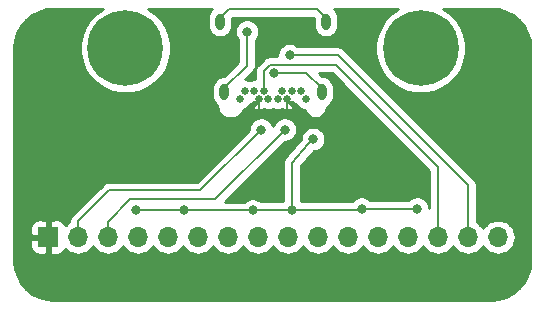
<source format=gbr>
G04 #@! TF.GenerationSoftware,KiCad,Pcbnew,(5.1.2-1)-1*
G04 #@! TF.CreationDate,2020-04-26T15:35:38+02:00*
G04 #@! TF.ProjectId,USB-C-USB-3.2,5553422d-432d-4555-9342-2d332e322e6b,rev?*
G04 #@! TF.SameCoordinates,Original*
G04 #@! TF.FileFunction,Copper,L2,Bot*
G04 #@! TF.FilePolarity,Positive*
%FSLAX46Y46*%
G04 Gerber Fmt 4.6, Leading zero omitted, Abs format (unit mm)*
G04 Created by KiCad (PCBNEW (5.1.2-1)-1) date 2020-04-26 15:35:38*
%MOMM*%
%LPD*%
G04 APERTURE LIST*
%ADD10O,1.700000X1.700000*%
%ADD11R,1.700000X1.700000*%
%ADD12C,0.650000*%
%ADD13O,0.800000X1.400000*%
%ADD14C,6.400000*%
%ADD15C,0.800000*%
%ADD16C,0.200000*%
%ADD17C,0.254000*%
G04 APERTURE END LIST*
D10*
X101550000Y-77000000D03*
X99010000Y-77000000D03*
X96470000Y-77000000D03*
X93930000Y-77000000D03*
X91390000Y-77000000D03*
X88850000Y-77000000D03*
X86310000Y-77000000D03*
X83770000Y-77000000D03*
X81230000Y-77000000D03*
X78690000Y-77000000D03*
X76150000Y-77000000D03*
X73610000Y-77000000D03*
X71070000Y-77000000D03*
X68530000Y-77000000D03*
X65990000Y-77000000D03*
D11*
X63450000Y-77000000D03*
D12*
X84900000Y-64610000D03*
X84100000Y-64610000D03*
X83300000Y-64610000D03*
X81700000Y-64610000D03*
X80900000Y-64610000D03*
X80100000Y-64610000D03*
X85300000Y-65310000D03*
X83700000Y-65310000D03*
X82900000Y-65310000D03*
X82100000Y-65310000D03*
X81300000Y-65310000D03*
X79700000Y-65310000D03*
D13*
X86990000Y-58760000D03*
X78010000Y-58760000D03*
X78370000Y-64710000D03*
X86630000Y-64710000D03*
D14*
X95000000Y-61000000D03*
D15*
X71697056Y-59302944D03*
X70000000Y-58600000D03*
X68302944Y-59302944D03*
X67600000Y-61000000D03*
X68302944Y-62697056D03*
X70000000Y-63400000D03*
X71697056Y-62697056D03*
X72400000Y-61000000D03*
D14*
X70000000Y-61000000D03*
D15*
X85900000Y-68700000D03*
X80780000Y-74740000D03*
X84100000Y-74700000D03*
X75000000Y-74700000D03*
X90000000Y-74600000D03*
X70900000Y-74700000D03*
X94700000Y-74600000D03*
X83900000Y-61600000D03*
X81500000Y-67900000D03*
X83500000Y-67900000D03*
X80300000Y-59600000D03*
X82600000Y-63100000D03*
D16*
X80975001Y-65634999D02*
X80975001Y-65824999D01*
X81300000Y-65310000D02*
X80975001Y-65634999D01*
X80975001Y-65824999D02*
X80400000Y-66400000D01*
X81300000Y-65310000D02*
X81300000Y-66300000D01*
X83700000Y-65310000D02*
X83700000Y-66400000D01*
X83700000Y-65310000D02*
X84700000Y-66310000D01*
X80800000Y-74720000D02*
X80780000Y-74740000D01*
X84100000Y-74700000D02*
X80800000Y-74720000D01*
X85500001Y-69099999D02*
X85900000Y-68700000D01*
X85500001Y-69109999D02*
X85500001Y-69099999D01*
X84100000Y-70700000D02*
X85500001Y-69109999D01*
X84100000Y-74700000D02*
X84100000Y-70700000D01*
X75040000Y-74740000D02*
X75000000Y-74700000D01*
X80780000Y-74740000D02*
X75040000Y-74740000D01*
X89900000Y-74700000D02*
X90000000Y-74600000D01*
X84100000Y-74700000D02*
X89900000Y-74700000D01*
X75000000Y-74700000D02*
X70900000Y-74700000D01*
X90000000Y-74600000D02*
X94700000Y-74600000D01*
X88000000Y-61600000D02*
X99010000Y-72610000D01*
X99010000Y-72610000D02*
X99010000Y-77000000D01*
X83900000Y-61600000D02*
X88000000Y-61600000D01*
X65990000Y-75670000D02*
X65990000Y-77000000D01*
X68610000Y-73050000D02*
X65990000Y-75670000D01*
X76350000Y-73050000D02*
X68610000Y-73050000D01*
X81500000Y-67900000D02*
X76350000Y-73050000D01*
X96470000Y-77000000D02*
X96470000Y-71070000D01*
X87799998Y-62399998D02*
X82263998Y-62399998D01*
X96470000Y-71070000D02*
X87799998Y-62399998D01*
X82263998Y-62399998D02*
X81700000Y-62963996D01*
X81700000Y-62963996D02*
X81700000Y-64610000D01*
X83500000Y-67900000D02*
X77590000Y-73810000D01*
X77590000Y-73810000D02*
X70420000Y-73810000D01*
X68530000Y-75700000D02*
X68530000Y-77000000D01*
X70420000Y-73810000D02*
X68530000Y-75700000D01*
X78010000Y-58460000D02*
X78010000Y-58760000D01*
X78770000Y-57700000D02*
X78010000Y-58460000D01*
X86990000Y-58460000D02*
X86230000Y-57700000D01*
X86230000Y-57700000D02*
X78770000Y-57700000D01*
X86990000Y-58760000D02*
X86990000Y-58460000D01*
X80300000Y-62480000D02*
X80300000Y-59600000D01*
X78370000Y-64410000D02*
X80300000Y-62480000D01*
X78370000Y-64710000D02*
X78370000Y-64410000D01*
X86630000Y-64710000D02*
X86630000Y-64410000D01*
X85320000Y-63100000D02*
X82600000Y-63100000D01*
X86630000Y-64410000D02*
X85320000Y-63100000D01*
D17*
G36*
X67555330Y-58021161D02*
G01*
X67021161Y-58555330D01*
X66601467Y-59183446D01*
X66312377Y-59881372D01*
X66165000Y-60622285D01*
X66165000Y-61377715D01*
X66312377Y-62118628D01*
X66601467Y-62816554D01*
X67021161Y-63444670D01*
X67555330Y-63978839D01*
X68183446Y-64398533D01*
X68881372Y-64687623D01*
X69622285Y-64835000D01*
X70377715Y-64835000D01*
X71118628Y-64687623D01*
X71816554Y-64398533D01*
X72444670Y-63978839D01*
X72978839Y-63444670D01*
X73398533Y-62816554D01*
X73687623Y-62118628D01*
X73835000Y-61377715D01*
X73835000Y-60622285D01*
X73687623Y-59881372D01*
X73398533Y-59183446D01*
X72978839Y-58555330D01*
X72444670Y-58021161D01*
X71904155Y-57660000D01*
X77353325Y-57660000D01*
X77274605Y-57724604D01*
X77145267Y-57882203D01*
X77049160Y-58062007D01*
X76989976Y-58257105D01*
X76975000Y-58409162D01*
X76975000Y-59110837D01*
X76989976Y-59262894D01*
X77049159Y-59457992D01*
X77145266Y-59637797D01*
X77274604Y-59795396D01*
X77432203Y-59924734D01*
X77612007Y-60020841D01*
X77807105Y-60080024D01*
X78010000Y-60100007D01*
X78212894Y-60080024D01*
X78407992Y-60020841D01*
X78587797Y-59924734D01*
X78745396Y-59795396D01*
X78874734Y-59637797D01*
X78970841Y-59457993D01*
X79030024Y-59262895D01*
X79045000Y-59110838D01*
X79045000Y-58464447D01*
X79074447Y-58435000D01*
X85925554Y-58435000D01*
X85955000Y-58464446D01*
X85955000Y-59110837D01*
X85969976Y-59262894D01*
X86029159Y-59457992D01*
X86125266Y-59637797D01*
X86254604Y-59795396D01*
X86412203Y-59924734D01*
X86592007Y-60020841D01*
X86787105Y-60080024D01*
X86990000Y-60100007D01*
X87192894Y-60080024D01*
X87387992Y-60020841D01*
X87567797Y-59924734D01*
X87725396Y-59795396D01*
X87854734Y-59637797D01*
X87950841Y-59457993D01*
X88010024Y-59262895D01*
X88025000Y-59110838D01*
X88025000Y-58409163D01*
X88010024Y-58257106D01*
X87950841Y-58062008D01*
X87854734Y-57882203D01*
X87725396Y-57724604D01*
X87646676Y-57660000D01*
X93095845Y-57660000D01*
X92555330Y-58021161D01*
X92021161Y-58555330D01*
X91601467Y-59183446D01*
X91312377Y-59881372D01*
X91165000Y-60622285D01*
X91165000Y-61377715D01*
X91312377Y-62118628D01*
X91601467Y-62816554D01*
X92021161Y-63444670D01*
X92555330Y-63978839D01*
X93183446Y-64398533D01*
X93881372Y-64687623D01*
X94622285Y-64835000D01*
X95377715Y-64835000D01*
X96118628Y-64687623D01*
X96816554Y-64398533D01*
X97444670Y-63978839D01*
X97978839Y-63444670D01*
X98398533Y-62816554D01*
X98687623Y-62118628D01*
X98835000Y-61377715D01*
X98835000Y-60622285D01*
X98687623Y-59881372D01*
X98398533Y-59183446D01*
X97978839Y-58555330D01*
X97444670Y-58021161D01*
X96904155Y-57660000D01*
X100917722Y-57660000D01*
X101598126Y-57726714D01*
X102221572Y-57914943D01*
X102796579Y-58220681D01*
X103301247Y-58632279D01*
X103716362Y-59134067D01*
X104026105Y-59706924D01*
X104218682Y-60329039D01*
X104290001Y-61007594D01*
X104290000Y-78967721D01*
X104223286Y-79648126D01*
X104035057Y-80271570D01*
X103729323Y-80846573D01*
X103317721Y-81351248D01*
X102815933Y-81766362D01*
X102243077Y-82076104D01*
X101620961Y-82268682D01*
X100942417Y-82340000D01*
X63982279Y-82340000D01*
X63301874Y-82273286D01*
X62678430Y-82085057D01*
X62103427Y-81779323D01*
X61598752Y-81367721D01*
X61183638Y-80865933D01*
X60873896Y-80293077D01*
X60681318Y-79670961D01*
X60610000Y-78992417D01*
X60610000Y-77850000D01*
X61961928Y-77850000D01*
X61974188Y-77974482D01*
X62010498Y-78094180D01*
X62069463Y-78204494D01*
X62148815Y-78301185D01*
X62245506Y-78380537D01*
X62355820Y-78439502D01*
X62475518Y-78475812D01*
X62600000Y-78488072D01*
X63164250Y-78485000D01*
X63323000Y-78326250D01*
X63323000Y-77127000D01*
X62123750Y-77127000D01*
X61965000Y-77285750D01*
X61961928Y-77850000D01*
X60610000Y-77850000D01*
X60610000Y-76150000D01*
X61961928Y-76150000D01*
X61965000Y-76714250D01*
X62123750Y-76873000D01*
X63323000Y-76873000D01*
X63323000Y-75673750D01*
X63577000Y-75673750D01*
X63577000Y-76873000D01*
X63597000Y-76873000D01*
X63597000Y-77127000D01*
X63577000Y-77127000D01*
X63577000Y-78326250D01*
X63735750Y-78485000D01*
X64300000Y-78488072D01*
X64424482Y-78475812D01*
X64544180Y-78439502D01*
X64654494Y-78380537D01*
X64751185Y-78301185D01*
X64830537Y-78204494D01*
X64889502Y-78094180D01*
X64910393Y-78025313D01*
X64934866Y-78055134D01*
X65160986Y-78240706D01*
X65418966Y-78378599D01*
X65698889Y-78463513D01*
X65917050Y-78485000D01*
X66062950Y-78485000D01*
X66281111Y-78463513D01*
X66561034Y-78378599D01*
X66819014Y-78240706D01*
X67045134Y-78055134D01*
X67230706Y-77829014D01*
X67260000Y-77774209D01*
X67289294Y-77829014D01*
X67474866Y-78055134D01*
X67700986Y-78240706D01*
X67958966Y-78378599D01*
X68238889Y-78463513D01*
X68457050Y-78485000D01*
X68602950Y-78485000D01*
X68821111Y-78463513D01*
X69101034Y-78378599D01*
X69359014Y-78240706D01*
X69585134Y-78055134D01*
X69770706Y-77829014D01*
X69800000Y-77774209D01*
X69829294Y-77829014D01*
X70014866Y-78055134D01*
X70240986Y-78240706D01*
X70498966Y-78378599D01*
X70778889Y-78463513D01*
X70997050Y-78485000D01*
X71142950Y-78485000D01*
X71361111Y-78463513D01*
X71641034Y-78378599D01*
X71899014Y-78240706D01*
X72125134Y-78055134D01*
X72310706Y-77829014D01*
X72340000Y-77774209D01*
X72369294Y-77829014D01*
X72554866Y-78055134D01*
X72780986Y-78240706D01*
X73038966Y-78378599D01*
X73318889Y-78463513D01*
X73537050Y-78485000D01*
X73682950Y-78485000D01*
X73901111Y-78463513D01*
X74181034Y-78378599D01*
X74439014Y-78240706D01*
X74665134Y-78055134D01*
X74850706Y-77829014D01*
X74880000Y-77774209D01*
X74909294Y-77829014D01*
X75094866Y-78055134D01*
X75320986Y-78240706D01*
X75578966Y-78378599D01*
X75858889Y-78463513D01*
X76077050Y-78485000D01*
X76222950Y-78485000D01*
X76441111Y-78463513D01*
X76721034Y-78378599D01*
X76979014Y-78240706D01*
X77205134Y-78055134D01*
X77390706Y-77829014D01*
X77420000Y-77774209D01*
X77449294Y-77829014D01*
X77634866Y-78055134D01*
X77860986Y-78240706D01*
X78118966Y-78378599D01*
X78398889Y-78463513D01*
X78617050Y-78485000D01*
X78762950Y-78485000D01*
X78981111Y-78463513D01*
X79261034Y-78378599D01*
X79519014Y-78240706D01*
X79745134Y-78055134D01*
X79930706Y-77829014D01*
X79960000Y-77774209D01*
X79989294Y-77829014D01*
X80174866Y-78055134D01*
X80400986Y-78240706D01*
X80658966Y-78378599D01*
X80938889Y-78463513D01*
X81157050Y-78485000D01*
X81302950Y-78485000D01*
X81521111Y-78463513D01*
X81801034Y-78378599D01*
X82059014Y-78240706D01*
X82285134Y-78055134D01*
X82470706Y-77829014D01*
X82500000Y-77774209D01*
X82529294Y-77829014D01*
X82714866Y-78055134D01*
X82940986Y-78240706D01*
X83198966Y-78378599D01*
X83478889Y-78463513D01*
X83697050Y-78485000D01*
X83842950Y-78485000D01*
X84061111Y-78463513D01*
X84341034Y-78378599D01*
X84599014Y-78240706D01*
X84825134Y-78055134D01*
X85010706Y-77829014D01*
X85040000Y-77774209D01*
X85069294Y-77829014D01*
X85254866Y-78055134D01*
X85480986Y-78240706D01*
X85738966Y-78378599D01*
X86018889Y-78463513D01*
X86237050Y-78485000D01*
X86382950Y-78485000D01*
X86601111Y-78463513D01*
X86881034Y-78378599D01*
X87139014Y-78240706D01*
X87365134Y-78055134D01*
X87550706Y-77829014D01*
X87580000Y-77774209D01*
X87609294Y-77829014D01*
X87794866Y-78055134D01*
X88020986Y-78240706D01*
X88278966Y-78378599D01*
X88558889Y-78463513D01*
X88777050Y-78485000D01*
X88922950Y-78485000D01*
X89141111Y-78463513D01*
X89421034Y-78378599D01*
X89679014Y-78240706D01*
X89905134Y-78055134D01*
X90090706Y-77829014D01*
X90120000Y-77774209D01*
X90149294Y-77829014D01*
X90334866Y-78055134D01*
X90560986Y-78240706D01*
X90818966Y-78378599D01*
X91098889Y-78463513D01*
X91317050Y-78485000D01*
X91462950Y-78485000D01*
X91681111Y-78463513D01*
X91961034Y-78378599D01*
X92219014Y-78240706D01*
X92445134Y-78055134D01*
X92630706Y-77829014D01*
X92660000Y-77774209D01*
X92689294Y-77829014D01*
X92874866Y-78055134D01*
X93100986Y-78240706D01*
X93358966Y-78378599D01*
X93638889Y-78463513D01*
X93857050Y-78485000D01*
X94002950Y-78485000D01*
X94221111Y-78463513D01*
X94501034Y-78378599D01*
X94759014Y-78240706D01*
X94985134Y-78055134D01*
X95170706Y-77829014D01*
X95200000Y-77774209D01*
X95229294Y-77829014D01*
X95414866Y-78055134D01*
X95640986Y-78240706D01*
X95898966Y-78378599D01*
X96178889Y-78463513D01*
X96397050Y-78485000D01*
X96542950Y-78485000D01*
X96761111Y-78463513D01*
X97041034Y-78378599D01*
X97299014Y-78240706D01*
X97525134Y-78055134D01*
X97710706Y-77829014D01*
X97740000Y-77774209D01*
X97769294Y-77829014D01*
X97954866Y-78055134D01*
X98180986Y-78240706D01*
X98438966Y-78378599D01*
X98718889Y-78463513D01*
X98937050Y-78485000D01*
X99082950Y-78485000D01*
X99301111Y-78463513D01*
X99581034Y-78378599D01*
X99839014Y-78240706D01*
X100065134Y-78055134D01*
X100250706Y-77829014D01*
X100280000Y-77774209D01*
X100309294Y-77829014D01*
X100494866Y-78055134D01*
X100720986Y-78240706D01*
X100978966Y-78378599D01*
X101258889Y-78463513D01*
X101477050Y-78485000D01*
X101622950Y-78485000D01*
X101841111Y-78463513D01*
X102121034Y-78378599D01*
X102379014Y-78240706D01*
X102605134Y-78055134D01*
X102790706Y-77829014D01*
X102928599Y-77571034D01*
X103013513Y-77291111D01*
X103042185Y-77000000D01*
X103013513Y-76708889D01*
X102928599Y-76428966D01*
X102790706Y-76170986D01*
X102605134Y-75944866D01*
X102379014Y-75759294D01*
X102121034Y-75621401D01*
X101841111Y-75536487D01*
X101622950Y-75515000D01*
X101477050Y-75515000D01*
X101258889Y-75536487D01*
X100978966Y-75621401D01*
X100720986Y-75759294D01*
X100494866Y-75944866D01*
X100309294Y-76170986D01*
X100280000Y-76225791D01*
X100250706Y-76170986D01*
X100065134Y-75944866D01*
X99839014Y-75759294D01*
X99745000Y-75709043D01*
X99745000Y-72646094D01*
X99748555Y-72609999D01*
X99745000Y-72573904D01*
X99745000Y-72573895D01*
X99734365Y-72465915D01*
X99692337Y-72327367D01*
X99624087Y-72199680D01*
X99607514Y-72179487D01*
X99555253Y-72115806D01*
X99555250Y-72115803D01*
X99532237Y-72087762D01*
X99504198Y-72064751D01*
X88545259Y-61105813D01*
X88522238Y-61077762D01*
X88410320Y-60985913D01*
X88282633Y-60917663D01*
X88144085Y-60875635D01*
X88036105Y-60865000D01*
X88000000Y-60861444D01*
X87963895Y-60865000D01*
X84628711Y-60865000D01*
X84559774Y-60796063D01*
X84390256Y-60682795D01*
X84201898Y-60604774D01*
X84001939Y-60565000D01*
X83798061Y-60565000D01*
X83598102Y-60604774D01*
X83409744Y-60682795D01*
X83240226Y-60796063D01*
X83096063Y-60940226D01*
X82982795Y-61109744D01*
X82904774Y-61298102D01*
X82865000Y-61498061D01*
X82865000Y-61664998D01*
X82300103Y-61664998D01*
X82263998Y-61661442D01*
X82119913Y-61675633D01*
X81981364Y-61717661D01*
X81865015Y-61779851D01*
X81853678Y-61785911D01*
X81741760Y-61877760D01*
X81718744Y-61905805D01*
X81205808Y-62418742D01*
X81177762Y-62441759D01*
X81085913Y-62553677D01*
X81017663Y-62681364D01*
X80993011Y-62762632D01*
X80975635Y-62819911D01*
X80961444Y-62963996D01*
X80965000Y-63000101D01*
X80965000Y-63650000D01*
X80805448Y-63650000D01*
X80619978Y-63686892D01*
X80500000Y-63736589D01*
X80380022Y-63686892D01*
X80194552Y-63650000D01*
X80169447Y-63650000D01*
X80794197Y-63025250D01*
X80822237Y-63002238D01*
X80845250Y-62974197D01*
X80845253Y-62974194D01*
X80914086Y-62890321D01*
X80914087Y-62890320D01*
X80982337Y-62762633D01*
X81024365Y-62624085D01*
X81035000Y-62516105D01*
X81035000Y-62516098D01*
X81038555Y-62480001D01*
X81035000Y-62443904D01*
X81035000Y-60328711D01*
X81103937Y-60259774D01*
X81217205Y-60090256D01*
X81295226Y-59901898D01*
X81335000Y-59701939D01*
X81335000Y-59498061D01*
X81295226Y-59298102D01*
X81217205Y-59109744D01*
X81103937Y-58940226D01*
X80959774Y-58796063D01*
X80790256Y-58682795D01*
X80601898Y-58604774D01*
X80401939Y-58565000D01*
X80198061Y-58565000D01*
X79998102Y-58604774D01*
X79809744Y-58682795D01*
X79640226Y-58796063D01*
X79496063Y-58940226D01*
X79382795Y-59109744D01*
X79304774Y-59298102D01*
X79265000Y-59498061D01*
X79265000Y-59701939D01*
X79304774Y-59901898D01*
X79382795Y-60090256D01*
X79496063Y-60259774D01*
X79565001Y-60328712D01*
X79565000Y-62175553D01*
X78370510Y-63370043D01*
X78370000Y-63369993D01*
X78167106Y-63389976D01*
X77972008Y-63449159D01*
X77792204Y-63545266D01*
X77634605Y-63674604D01*
X77505267Y-63832203D01*
X77409160Y-64012007D01*
X77349976Y-64207105D01*
X77335000Y-64359162D01*
X77335000Y-65060837D01*
X77349976Y-65212894D01*
X77409159Y-65407992D01*
X77505266Y-65587797D01*
X77634604Y-65745396D01*
X77792203Y-65874734D01*
X77793675Y-65875521D01*
X77785355Y-65960000D01*
X77803890Y-66148193D01*
X77858784Y-66329154D01*
X77947927Y-66495928D01*
X78067893Y-66642107D01*
X78214072Y-66762073D01*
X78380846Y-66851216D01*
X78561807Y-66906110D01*
X78702838Y-66920000D01*
X79097162Y-66920000D01*
X79238193Y-66906110D01*
X79419154Y-66851216D01*
X79585928Y-66762073D01*
X79732107Y-66642107D01*
X79852073Y-66495928D01*
X79941216Y-66329154D01*
X79969730Y-66235155D01*
X79980022Y-66233108D01*
X80154731Y-66160741D01*
X80311964Y-66055681D01*
X80445681Y-65921964D01*
X80543414Y-65775697D01*
X80647464Y-65782931D01*
X80860395Y-65570000D01*
X80994552Y-65570000D01*
X81166121Y-65535873D01*
X81176892Y-65590022D01*
X81183538Y-65606067D01*
X80827069Y-65962536D01*
X80840677Y-66158270D01*
X81014992Y-66231581D01*
X81200260Y-66269475D01*
X81389361Y-66270497D01*
X81575028Y-66234608D01*
X81700270Y-66183523D01*
X81819978Y-66233108D01*
X82005448Y-66270000D01*
X82194552Y-66270000D01*
X82380022Y-66233108D01*
X82500000Y-66183411D01*
X82619978Y-66233108D01*
X82805448Y-66270000D01*
X82994552Y-66270000D01*
X83180022Y-66233108D01*
X83300230Y-66183316D01*
X83414992Y-66231581D01*
X83600260Y-66269475D01*
X83789361Y-66270497D01*
X83975028Y-66234608D01*
X84150126Y-66163187D01*
X84159323Y-66158270D01*
X84172931Y-65962536D01*
X83816462Y-65606067D01*
X83823108Y-65590022D01*
X83833879Y-65535873D01*
X84005448Y-65570000D01*
X84139605Y-65570000D01*
X84352536Y-65782931D01*
X84456586Y-65775697D01*
X84554319Y-65921964D01*
X84688036Y-66055681D01*
X84845269Y-66160741D01*
X85019978Y-66233108D01*
X85187860Y-66266502D01*
X85249259Y-66414731D01*
X85354319Y-66571964D01*
X85488036Y-66705681D01*
X85645269Y-66810741D01*
X85819978Y-66883108D01*
X86005448Y-66920000D01*
X86194552Y-66920000D01*
X86380022Y-66883108D01*
X86554731Y-66810741D01*
X86711964Y-66705681D01*
X86845681Y-66571964D01*
X86950741Y-66414731D01*
X87023108Y-66240022D01*
X87060000Y-66054552D01*
X87060000Y-65953733D01*
X87207797Y-65874734D01*
X87365396Y-65745396D01*
X87494734Y-65587797D01*
X87590841Y-65407993D01*
X87650024Y-65212895D01*
X87665000Y-65060838D01*
X87665000Y-64359163D01*
X87650024Y-64207106D01*
X87590841Y-64012008D01*
X87494734Y-63832203D01*
X87365396Y-63674604D01*
X87207797Y-63545266D01*
X87027993Y-63449159D01*
X86832895Y-63389976D01*
X86630000Y-63369993D01*
X86629490Y-63370043D01*
X86394444Y-63134998D01*
X87495552Y-63134998D01*
X95735001Y-71374448D01*
X95735000Y-74498061D01*
X95695226Y-74298102D01*
X95617205Y-74109744D01*
X95503937Y-73940226D01*
X95359774Y-73796063D01*
X95190256Y-73682795D01*
X95001898Y-73604774D01*
X94801939Y-73565000D01*
X94598061Y-73565000D01*
X94398102Y-73604774D01*
X94209744Y-73682795D01*
X94040226Y-73796063D01*
X93971289Y-73865000D01*
X90728711Y-73865000D01*
X90659774Y-73796063D01*
X90490256Y-73682795D01*
X90301898Y-73604774D01*
X90101939Y-73565000D01*
X89898061Y-73565000D01*
X89698102Y-73604774D01*
X89509744Y-73682795D01*
X89340226Y-73796063D01*
X89196063Y-73940226D01*
X89179510Y-73965000D01*
X84835000Y-73965000D01*
X84835000Y-70977469D01*
X85928999Y-69735000D01*
X86001939Y-69735000D01*
X86201898Y-69695226D01*
X86390256Y-69617205D01*
X86559774Y-69503937D01*
X86703937Y-69359774D01*
X86817205Y-69190256D01*
X86895226Y-69001898D01*
X86935000Y-68801939D01*
X86935000Y-68598061D01*
X86895226Y-68398102D01*
X86817205Y-68209744D01*
X86703937Y-68040226D01*
X86559774Y-67896063D01*
X86390256Y-67782795D01*
X86201898Y-67704774D01*
X86001939Y-67665000D01*
X85798061Y-67665000D01*
X85598102Y-67704774D01*
X85409744Y-67782795D01*
X85240226Y-67896063D01*
X85096063Y-68040226D01*
X84982795Y-68209744D01*
X84904774Y-68398102D01*
X84865000Y-68598061D01*
X84865000Y-68718959D01*
X83587701Y-70169606D01*
X83577763Y-70177762D01*
X83539943Y-70223846D01*
X83524504Y-70241380D01*
X83517036Y-70251758D01*
X83485914Y-70289680D01*
X83474846Y-70310387D01*
X83461128Y-70329450D01*
X83440787Y-70374106D01*
X83417664Y-70417367D01*
X83410849Y-70439834D01*
X83401113Y-70461208D01*
X83389875Y-70508974D01*
X83375636Y-70555915D01*
X83373335Y-70579281D01*
X83367956Y-70602143D01*
X83366253Y-70651184D01*
X83365001Y-70663895D01*
X83365001Y-70687232D01*
X83362931Y-70746837D01*
X83365001Y-70759532D01*
X83365000Y-73969441D01*
X81484549Y-73980838D01*
X81439774Y-73936063D01*
X81270256Y-73822795D01*
X81081898Y-73744774D01*
X80881939Y-73705000D01*
X80678061Y-73705000D01*
X80478102Y-73744774D01*
X80289744Y-73822795D01*
X80120226Y-73936063D01*
X80051289Y-74005000D01*
X78434446Y-74005000D01*
X83504447Y-68935000D01*
X83601939Y-68935000D01*
X83801898Y-68895226D01*
X83990256Y-68817205D01*
X84159774Y-68703937D01*
X84303937Y-68559774D01*
X84417205Y-68390256D01*
X84495226Y-68201898D01*
X84535000Y-68001939D01*
X84535000Y-67798061D01*
X84495226Y-67598102D01*
X84417205Y-67409744D01*
X84303937Y-67240226D01*
X84159774Y-67096063D01*
X83990256Y-66982795D01*
X83801898Y-66904774D01*
X83601939Y-66865000D01*
X83398061Y-66865000D01*
X83198102Y-66904774D01*
X83009744Y-66982795D01*
X82840226Y-67096063D01*
X82696063Y-67240226D01*
X82582795Y-67409744D01*
X82504774Y-67598102D01*
X82500000Y-67622103D01*
X82495226Y-67598102D01*
X82417205Y-67409744D01*
X82303937Y-67240226D01*
X82159774Y-67096063D01*
X81990256Y-66982795D01*
X81801898Y-66904774D01*
X81601939Y-66865000D01*
X81398061Y-66865000D01*
X81198102Y-66904774D01*
X81009744Y-66982795D01*
X80840226Y-67096063D01*
X80696063Y-67240226D01*
X80582795Y-67409744D01*
X80504774Y-67598102D01*
X80465000Y-67798061D01*
X80465000Y-67895553D01*
X76045554Y-72315000D01*
X68646105Y-72315000D01*
X68610000Y-72311444D01*
X68465915Y-72325635D01*
X68327366Y-72367663D01*
X68199680Y-72435913D01*
X68087762Y-72527762D01*
X68064746Y-72555807D01*
X65495808Y-75124746D01*
X65467762Y-75147763D01*
X65375913Y-75259681D01*
X65307663Y-75387368D01*
X65278384Y-75483887D01*
X65265635Y-75525915D01*
X65251444Y-75670000D01*
X65255000Y-75706106D01*
X65255000Y-75709043D01*
X65160986Y-75759294D01*
X64934866Y-75944866D01*
X64910393Y-75974687D01*
X64889502Y-75905820D01*
X64830537Y-75795506D01*
X64751185Y-75698815D01*
X64654494Y-75619463D01*
X64544180Y-75560498D01*
X64424482Y-75524188D01*
X64300000Y-75511928D01*
X63735750Y-75515000D01*
X63577000Y-75673750D01*
X63323000Y-75673750D01*
X63164250Y-75515000D01*
X62600000Y-75511928D01*
X62475518Y-75524188D01*
X62355820Y-75560498D01*
X62245506Y-75619463D01*
X62148815Y-75698815D01*
X62069463Y-75795506D01*
X62010498Y-75905820D01*
X61974188Y-76025518D01*
X61961928Y-76150000D01*
X60610000Y-76150000D01*
X60610000Y-61032278D01*
X60676714Y-60351874D01*
X60864943Y-59728428D01*
X61170681Y-59153421D01*
X61582279Y-58648753D01*
X62084067Y-58233638D01*
X62656924Y-57923895D01*
X63279039Y-57731318D01*
X63957584Y-57660000D01*
X68095845Y-57660000D01*
X67555330Y-58021161D01*
X67555330Y-58021161D01*
G37*
X67555330Y-58021161D02*
X67021161Y-58555330D01*
X66601467Y-59183446D01*
X66312377Y-59881372D01*
X66165000Y-60622285D01*
X66165000Y-61377715D01*
X66312377Y-62118628D01*
X66601467Y-62816554D01*
X67021161Y-63444670D01*
X67555330Y-63978839D01*
X68183446Y-64398533D01*
X68881372Y-64687623D01*
X69622285Y-64835000D01*
X70377715Y-64835000D01*
X71118628Y-64687623D01*
X71816554Y-64398533D01*
X72444670Y-63978839D01*
X72978839Y-63444670D01*
X73398533Y-62816554D01*
X73687623Y-62118628D01*
X73835000Y-61377715D01*
X73835000Y-60622285D01*
X73687623Y-59881372D01*
X73398533Y-59183446D01*
X72978839Y-58555330D01*
X72444670Y-58021161D01*
X71904155Y-57660000D01*
X77353325Y-57660000D01*
X77274605Y-57724604D01*
X77145267Y-57882203D01*
X77049160Y-58062007D01*
X76989976Y-58257105D01*
X76975000Y-58409162D01*
X76975000Y-59110837D01*
X76989976Y-59262894D01*
X77049159Y-59457992D01*
X77145266Y-59637797D01*
X77274604Y-59795396D01*
X77432203Y-59924734D01*
X77612007Y-60020841D01*
X77807105Y-60080024D01*
X78010000Y-60100007D01*
X78212894Y-60080024D01*
X78407992Y-60020841D01*
X78587797Y-59924734D01*
X78745396Y-59795396D01*
X78874734Y-59637797D01*
X78970841Y-59457993D01*
X79030024Y-59262895D01*
X79045000Y-59110838D01*
X79045000Y-58464447D01*
X79074447Y-58435000D01*
X85925554Y-58435000D01*
X85955000Y-58464446D01*
X85955000Y-59110837D01*
X85969976Y-59262894D01*
X86029159Y-59457992D01*
X86125266Y-59637797D01*
X86254604Y-59795396D01*
X86412203Y-59924734D01*
X86592007Y-60020841D01*
X86787105Y-60080024D01*
X86990000Y-60100007D01*
X87192894Y-60080024D01*
X87387992Y-60020841D01*
X87567797Y-59924734D01*
X87725396Y-59795396D01*
X87854734Y-59637797D01*
X87950841Y-59457993D01*
X88010024Y-59262895D01*
X88025000Y-59110838D01*
X88025000Y-58409163D01*
X88010024Y-58257106D01*
X87950841Y-58062008D01*
X87854734Y-57882203D01*
X87725396Y-57724604D01*
X87646676Y-57660000D01*
X93095845Y-57660000D01*
X92555330Y-58021161D01*
X92021161Y-58555330D01*
X91601467Y-59183446D01*
X91312377Y-59881372D01*
X91165000Y-60622285D01*
X91165000Y-61377715D01*
X91312377Y-62118628D01*
X91601467Y-62816554D01*
X92021161Y-63444670D01*
X92555330Y-63978839D01*
X93183446Y-64398533D01*
X93881372Y-64687623D01*
X94622285Y-64835000D01*
X95377715Y-64835000D01*
X96118628Y-64687623D01*
X96816554Y-64398533D01*
X97444670Y-63978839D01*
X97978839Y-63444670D01*
X98398533Y-62816554D01*
X98687623Y-62118628D01*
X98835000Y-61377715D01*
X98835000Y-60622285D01*
X98687623Y-59881372D01*
X98398533Y-59183446D01*
X97978839Y-58555330D01*
X97444670Y-58021161D01*
X96904155Y-57660000D01*
X100917722Y-57660000D01*
X101598126Y-57726714D01*
X102221572Y-57914943D01*
X102796579Y-58220681D01*
X103301247Y-58632279D01*
X103716362Y-59134067D01*
X104026105Y-59706924D01*
X104218682Y-60329039D01*
X104290001Y-61007594D01*
X104290000Y-78967721D01*
X104223286Y-79648126D01*
X104035057Y-80271570D01*
X103729323Y-80846573D01*
X103317721Y-81351248D01*
X102815933Y-81766362D01*
X102243077Y-82076104D01*
X101620961Y-82268682D01*
X100942417Y-82340000D01*
X63982279Y-82340000D01*
X63301874Y-82273286D01*
X62678430Y-82085057D01*
X62103427Y-81779323D01*
X61598752Y-81367721D01*
X61183638Y-80865933D01*
X60873896Y-80293077D01*
X60681318Y-79670961D01*
X60610000Y-78992417D01*
X60610000Y-77850000D01*
X61961928Y-77850000D01*
X61974188Y-77974482D01*
X62010498Y-78094180D01*
X62069463Y-78204494D01*
X62148815Y-78301185D01*
X62245506Y-78380537D01*
X62355820Y-78439502D01*
X62475518Y-78475812D01*
X62600000Y-78488072D01*
X63164250Y-78485000D01*
X63323000Y-78326250D01*
X63323000Y-77127000D01*
X62123750Y-77127000D01*
X61965000Y-77285750D01*
X61961928Y-77850000D01*
X60610000Y-77850000D01*
X60610000Y-76150000D01*
X61961928Y-76150000D01*
X61965000Y-76714250D01*
X62123750Y-76873000D01*
X63323000Y-76873000D01*
X63323000Y-75673750D01*
X63577000Y-75673750D01*
X63577000Y-76873000D01*
X63597000Y-76873000D01*
X63597000Y-77127000D01*
X63577000Y-77127000D01*
X63577000Y-78326250D01*
X63735750Y-78485000D01*
X64300000Y-78488072D01*
X64424482Y-78475812D01*
X64544180Y-78439502D01*
X64654494Y-78380537D01*
X64751185Y-78301185D01*
X64830537Y-78204494D01*
X64889502Y-78094180D01*
X64910393Y-78025313D01*
X64934866Y-78055134D01*
X65160986Y-78240706D01*
X65418966Y-78378599D01*
X65698889Y-78463513D01*
X65917050Y-78485000D01*
X66062950Y-78485000D01*
X66281111Y-78463513D01*
X66561034Y-78378599D01*
X66819014Y-78240706D01*
X67045134Y-78055134D01*
X67230706Y-77829014D01*
X67260000Y-77774209D01*
X67289294Y-77829014D01*
X67474866Y-78055134D01*
X67700986Y-78240706D01*
X67958966Y-78378599D01*
X68238889Y-78463513D01*
X68457050Y-78485000D01*
X68602950Y-78485000D01*
X68821111Y-78463513D01*
X69101034Y-78378599D01*
X69359014Y-78240706D01*
X69585134Y-78055134D01*
X69770706Y-77829014D01*
X69800000Y-77774209D01*
X69829294Y-77829014D01*
X70014866Y-78055134D01*
X70240986Y-78240706D01*
X70498966Y-78378599D01*
X70778889Y-78463513D01*
X70997050Y-78485000D01*
X71142950Y-78485000D01*
X71361111Y-78463513D01*
X71641034Y-78378599D01*
X71899014Y-78240706D01*
X72125134Y-78055134D01*
X72310706Y-77829014D01*
X72340000Y-77774209D01*
X72369294Y-77829014D01*
X72554866Y-78055134D01*
X72780986Y-78240706D01*
X73038966Y-78378599D01*
X73318889Y-78463513D01*
X73537050Y-78485000D01*
X73682950Y-78485000D01*
X73901111Y-78463513D01*
X74181034Y-78378599D01*
X74439014Y-78240706D01*
X74665134Y-78055134D01*
X74850706Y-77829014D01*
X74880000Y-77774209D01*
X74909294Y-77829014D01*
X75094866Y-78055134D01*
X75320986Y-78240706D01*
X75578966Y-78378599D01*
X75858889Y-78463513D01*
X76077050Y-78485000D01*
X76222950Y-78485000D01*
X76441111Y-78463513D01*
X76721034Y-78378599D01*
X76979014Y-78240706D01*
X77205134Y-78055134D01*
X77390706Y-77829014D01*
X77420000Y-77774209D01*
X77449294Y-77829014D01*
X77634866Y-78055134D01*
X77860986Y-78240706D01*
X78118966Y-78378599D01*
X78398889Y-78463513D01*
X78617050Y-78485000D01*
X78762950Y-78485000D01*
X78981111Y-78463513D01*
X79261034Y-78378599D01*
X79519014Y-78240706D01*
X79745134Y-78055134D01*
X79930706Y-77829014D01*
X79960000Y-77774209D01*
X79989294Y-77829014D01*
X80174866Y-78055134D01*
X80400986Y-78240706D01*
X80658966Y-78378599D01*
X80938889Y-78463513D01*
X81157050Y-78485000D01*
X81302950Y-78485000D01*
X81521111Y-78463513D01*
X81801034Y-78378599D01*
X82059014Y-78240706D01*
X82285134Y-78055134D01*
X82470706Y-77829014D01*
X82500000Y-77774209D01*
X82529294Y-77829014D01*
X82714866Y-78055134D01*
X82940986Y-78240706D01*
X83198966Y-78378599D01*
X83478889Y-78463513D01*
X83697050Y-78485000D01*
X83842950Y-78485000D01*
X84061111Y-78463513D01*
X84341034Y-78378599D01*
X84599014Y-78240706D01*
X84825134Y-78055134D01*
X85010706Y-77829014D01*
X85040000Y-77774209D01*
X85069294Y-77829014D01*
X85254866Y-78055134D01*
X85480986Y-78240706D01*
X85738966Y-78378599D01*
X86018889Y-78463513D01*
X86237050Y-78485000D01*
X86382950Y-78485000D01*
X86601111Y-78463513D01*
X86881034Y-78378599D01*
X87139014Y-78240706D01*
X87365134Y-78055134D01*
X87550706Y-77829014D01*
X87580000Y-77774209D01*
X87609294Y-77829014D01*
X87794866Y-78055134D01*
X88020986Y-78240706D01*
X88278966Y-78378599D01*
X88558889Y-78463513D01*
X88777050Y-78485000D01*
X88922950Y-78485000D01*
X89141111Y-78463513D01*
X89421034Y-78378599D01*
X89679014Y-78240706D01*
X89905134Y-78055134D01*
X90090706Y-77829014D01*
X90120000Y-77774209D01*
X90149294Y-77829014D01*
X90334866Y-78055134D01*
X90560986Y-78240706D01*
X90818966Y-78378599D01*
X91098889Y-78463513D01*
X91317050Y-78485000D01*
X91462950Y-78485000D01*
X91681111Y-78463513D01*
X91961034Y-78378599D01*
X92219014Y-78240706D01*
X92445134Y-78055134D01*
X92630706Y-77829014D01*
X92660000Y-77774209D01*
X92689294Y-77829014D01*
X92874866Y-78055134D01*
X93100986Y-78240706D01*
X93358966Y-78378599D01*
X93638889Y-78463513D01*
X93857050Y-78485000D01*
X94002950Y-78485000D01*
X94221111Y-78463513D01*
X94501034Y-78378599D01*
X94759014Y-78240706D01*
X94985134Y-78055134D01*
X95170706Y-77829014D01*
X95200000Y-77774209D01*
X95229294Y-77829014D01*
X95414866Y-78055134D01*
X95640986Y-78240706D01*
X95898966Y-78378599D01*
X96178889Y-78463513D01*
X96397050Y-78485000D01*
X96542950Y-78485000D01*
X96761111Y-78463513D01*
X97041034Y-78378599D01*
X97299014Y-78240706D01*
X97525134Y-78055134D01*
X97710706Y-77829014D01*
X97740000Y-77774209D01*
X97769294Y-77829014D01*
X97954866Y-78055134D01*
X98180986Y-78240706D01*
X98438966Y-78378599D01*
X98718889Y-78463513D01*
X98937050Y-78485000D01*
X99082950Y-78485000D01*
X99301111Y-78463513D01*
X99581034Y-78378599D01*
X99839014Y-78240706D01*
X100065134Y-78055134D01*
X100250706Y-77829014D01*
X100280000Y-77774209D01*
X100309294Y-77829014D01*
X100494866Y-78055134D01*
X100720986Y-78240706D01*
X100978966Y-78378599D01*
X101258889Y-78463513D01*
X101477050Y-78485000D01*
X101622950Y-78485000D01*
X101841111Y-78463513D01*
X102121034Y-78378599D01*
X102379014Y-78240706D01*
X102605134Y-78055134D01*
X102790706Y-77829014D01*
X102928599Y-77571034D01*
X103013513Y-77291111D01*
X103042185Y-77000000D01*
X103013513Y-76708889D01*
X102928599Y-76428966D01*
X102790706Y-76170986D01*
X102605134Y-75944866D01*
X102379014Y-75759294D01*
X102121034Y-75621401D01*
X101841111Y-75536487D01*
X101622950Y-75515000D01*
X101477050Y-75515000D01*
X101258889Y-75536487D01*
X100978966Y-75621401D01*
X100720986Y-75759294D01*
X100494866Y-75944866D01*
X100309294Y-76170986D01*
X100280000Y-76225791D01*
X100250706Y-76170986D01*
X100065134Y-75944866D01*
X99839014Y-75759294D01*
X99745000Y-75709043D01*
X99745000Y-72646094D01*
X99748555Y-72609999D01*
X99745000Y-72573904D01*
X99745000Y-72573895D01*
X99734365Y-72465915D01*
X99692337Y-72327367D01*
X99624087Y-72199680D01*
X99607514Y-72179487D01*
X99555253Y-72115806D01*
X99555250Y-72115803D01*
X99532237Y-72087762D01*
X99504198Y-72064751D01*
X88545259Y-61105813D01*
X88522238Y-61077762D01*
X88410320Y-60985913D01*
X88282633Y-60917663D01*
X88144085Y-60875635D01*
X88036105Y-60865000D01*
X88000000Y-60861444D01*
X87963895Y-60865000D01*
X84628711Y-60865000D01*
X84559774Y-60796063D01*
X84390256Y-60682795D01*
X84201898Y-60604774D01*
X84001939Y-60565000D01*
X83798061Y-60565000D01*
X83598102Y-60604774D01*
X83409744Y-60682795D01*
X83240226Y-60796063D01*
X83096063Y-60940226D01*
X82982795Y-61109744D01*
X82904774Y-61298102D01*
X82865000Y-61498061D01*
X82865000Y-61664998D01*
X82300103Y-61664998D01*
X82263998Y-61661442D01*
X82119913Y-61675633D01*
X81981364Y-61717661D01*
X81865015Y-61779851D01*
X81853678Y-61785911D01*
X81741760Y-61877760D01*
X81718744Y-61905805D01*
X81205808Y-62418742D01*
X81177762Y-62441759D01*
X81085913Y-62553677D01*
X81017663Y-62681364D01*
X80993011Y-62762632D01*
X80975635Y-62819911D01*
X80961444Y-62963996D01*
X80965000Y-63000101D01*
X80965000Y-63650000D01*
X80805448Y-63650000D01*
X80619978Y-63686892D01*
X80500000Y-63736589D01*
X80380022Y-63686892D01*
X80194552Y-63650000D01*
X80169447Y-63650000D01*
X80794197Y-63025250D01*
X80822237Y-63002238D01*
X80845250Y-62974197D01*
X80845253Y-62974194D01*
X80914086Y-62890321D01*
X80914087Y-62890320D01*
X80982337Y-62762633D01*
X81024365Y-62624085D01*
X81035000Y-62516105D01*
X81035000Y-62516098D01*
X81038555Y-62480001D01*
X81035000Y-62443904D01*
X81035000Y-60328711D01*
X81103937Y-60259774D01*
X81217205Y-60090256D01*
X81295226Y-59901898D01*
X81335000Y-59701939D01*
X81335000Y-59498061D01*
X81295226Y-59298102D01*
X81217205Y-59109744D01*
X81103937Y-58940226D01*
X80959774Y-58796063D01*
X80790256Y-58682795D01*
X80601898Y-58604774D01*
X80401939Y-58565000D01*
X80198061Y-58565000D01*
X79998102Y-58604774D01*
X79809744Y-58682795D01*
X79640226Y-58796063D01*
X79496063Y-58940226D01*
X79382795Y-59109744D01*
X79304774Y-59298102D01*
X79265000Y-59498061D01*
X79265000Y-59701939D01*
X79304774Y-59901898D01*
X79382795Y-60090256D01*
X79496063Y-60259774D01*
X79565001Y-60328712D01*
X79565000Y-62175553D01*
X78370510Y-63370043D01*
X78370000Y-63369993D01*
X78167106Y-63389976D01*
X77972008Y-63449159D01*
X77792204Y-63545266D01*
X77634605Y-63674604D01*
X77505267Y-63832203D01*
X77409160Y-64012007D01*
X77349976Y-64207105D01*
X77335000Y-64359162D01*
X77335000Y-65060837D01*
X77349976Y-65212894D01*
X77409159Y-65407992D01*
X77505266Y-65587797D01*
X77634604Y-65745396D01*
X77792203Y-65874734D01*
X77793675Y-65875521D01*
X77785355Y-65960000D01*
X77803890Y-66148193D01*
X77858784Y-66329154D01*
X77947927Y-66495928D01*
X78067893Y-66642107D01*
X78214072Y-66762073D01*
X78380846Y-66851216D01*
X78561807Y-66906110D01*
X78702838Y-66920000D01*
X79097162Y-66920000D01*
X79238193Y-66906110D01*
X79419154Y-66851216D01*
X79585928Y-66762073D01*
X79732107Y-66642107D01*
X79852073Y-66495928D01*
X79941216Y-66329154D01*
X79969730Y-66235155D01*
X79980022Y-66233108D01*
X80154731Y-66160741D01*
X80311964Y-66055681D01*
X80445681Y-65921964D01*
X80543414Y-65775697D01*
X80647464Y-65782931D01*
X80860395Y-65570000D01*
X80994552Y-65570000D01*
X81166121Y-65535873D01*
X81176892Y-65590022D01*
X81183538Y-65606067D01*
X80827069Y-65962536D01*
X80840677Y-66158270D01*
X81014992Y-66231581D01*
X81200260Y-66269475D01*
X81389361Y-66270497D01*
X81575028Y-66234608D01*
X81700270Y-66183523D01*
X81819978Y-66233108D01*
X82005448Y-66270000D01*
X82194552Y-66270000D01*
X82380022Y-66233108D01*
X82500000Y-66183411D01*
X82619978Y-66233108D01*
X82805448Y-66270000D01*
X82994552Y-66270000D01*
X83180022Y-66233108D01*
X83300230Y-66183316D01*
X83414992Y-66231581D01*
X83600260Y-66269475D01*
X83789361Y-66270497D01*
X83975028Y-66234608D01*
X84150126Y-66163187D01*
X84159323Y-66158270D01*
X84172931Y-65962536D01*
X83816462Y-65606067D01*
X83823108Y-65590022D01*
X83833879Y-65535873D01*
X84005448Y-65570000D01*
X84139605Y-65570000D01*
X84352536Y-65782931D01*
X84456586Y-65775697D01*
X84554319Y-65921964D01*
X84688036Y-66055681D01*
X84845269Y-66160741D01*
X85019978Y-66233108D01*
X85187860Y-66266502D01*
X85249259Y-66414731D01*
X85354319Y-66571964D01*
X85488036Y-66705681D01*
X85645269Y-66810741D01*
X85819978Y-66883108D01*
X86005448Y-66920000D01*
X86194552Y-66920000D01*
X86380022Y-66883108D01*
X86554731Y-66810741D01*
X86711964Y-66705681D01*
X86845681Y-66571964D01*
X86950741Y-66414731D01*
X87023108Y-66240022D01*
X87060000Y-66054552D01*
X87060000Y-65953733D01*
X87207797Y-65874734D01*
X87365396Y-65745396D01*
X87494734Y-65587797D01*
X87590841Y-65407993D01*
X87650024Y-65212895D01*
X87665000Y-65060838D01*
X87665000Y-64359163D01*
X87650024Y-64207106D01*
X87590841Y-64012008D01*
X87494734Y-63832203D01*
X87365396Y-63674604D01*
X87207797Y-63545266D01*
X87027993Y-63449159D01*
X86832895Y-63389976D01*
X86630000Y-63369993D01*
X86629490Y-63370043D01*
X86394444Y-63134998D01*
X87495552Y-63134998D01*
X95735001Y-71374448D01*
X95735000Y-74498061D01*
X95695226Y-74298102D01*
X95617205Y-74109744D01*
X95503937Y-73940226D01*
X95359774Y-73796063D01*
X95190256Y-73682795D01*
X95001898Y-73604774D01*
X94801939Y-73565000D01*
X94598061Y-73565000D01*
X94398102Y-73604774D01*
X94209744Y-73682795D01*
X94040226Y-73796063D01*
X93971289Y-73865000D01*
X90728711Y-73865000D01*
X90659774Y-73796063D01*
X90490256Y-73682795D01*
X90301898Y-73604774D01*
X90101939Y-73565000D01*
X89898061Y-73565000D01*
X89698102Y-73604774D01*
X89509744Y-73682795D01*
X89340226Y-73796063D01*
X89196063Y-73940226D01*
X89179510Y-73965000D01*
X84835000Y-73965000D01*
X84835000Y-70977469D01*
X85928999Y-69735000D01*
X86001939Y-69735000D01*
X86201898Y-69695226D01*
X86390256Y-69617205D01*
X86559774Y-69503937D01*
X86703937Y-69359774D01*
X86817205Y-69190256D01*
X86895226Y-69001898D01*
X86935000Y-68801939D01*
X86935000Y-68598061D01*
X86895226Y-68398102D01*
X86817205Y-68209744D01*
X86703937Y-68040226D01*
X86559774Y-67896063D01*
X86390256Y-67782795D01*
X86201898Y-67704774D01*
X86001939Y-67665000D01*
X85798061Y-67665000D01*
X85598102Y-67704774D01*
X85409744Y-67782795D01*
X85240226Y-67896063D01*
X85096063Y-68040226D01*
X84982795Y-68209744D01*
X84904774Y-68398102D01*
X84865000Y-68598061D01*
X84865000Y-68718959D01*
X83587701Y-70169606D01*
X83577763Y-70177762D01*
X83539943Y-70223846D01*
X83524504Y-70241380D01*
X83517036Y-70251758D01*
X83485914Y-70289680D01*
X83474846Y-70310387D01*
X83461128Y-70329450D01*
X83440787Y-70374106D01*
X83417664Y-70417367D01*
X83410849Y-70439834D01*
X83401113Y-70461208D01*
X83389875Y-70508974D01*
X83375636Y-70555915D01*
X83373335Y-70579281D01*
X83367956Y-70602143D01*
X83366253Y-70651184D01*
X83365001Y-70663895D01*
X83365001Y-70687232D01*
X83362931Y-70746837D01*
X83365001Y-70759532D01*
X83365000Y-73969441D01*
X81484549Y-73980838D01*
X81439774Y-73936063D01*
X81270256Y-73822795D01*
X81081898Y-73744774D01*
X80881939Y-73705000D01*
X80678061Y-73705000D01*
X80478102Y-73744774D01*
X80289744Y-73822795D01*
X80120226Y-73936063D01*
X80051289Y-74005000D01*
X78434446Y-74005000D01*
X83504447Y-68935000D01*
X83601939Y-68935000D01*
X83801898Y-68895226D01*
X83990256Y-68817205D01*
X84159774Y-68703937D01*
X84303937Y-68559774D01*
X84417205Y-68390256D01*
X84495226Y-68201898D01*
X84535000Y-68001939D01*
X84535000Y-67798061D01*
X84495226Y-67598102D01*
X84417205Y-67409744D01*
X84303937Y-67240226D01*
X84159774Y-67096063D01*
X83990256Y-66982795D01*
X83801898Y-66904774D01*
X83601939Y-66865000D01*
X83398061Y-66865000D01*
X83198102Y-66904774D01*
X83009744Y-66982795D01*
X82840226Y-67096063D01*
X82696063Y-67240226D01*
X82582795Y-67409744D01*
X82504774Y-67598102D01*
X82500000Y-67622103D01*
X82495226Y-67598102D01*
X82417205Y-67409744D01*
X82303937Y-67240226D01*
X82159774Y-67096063D01*
X81990256Y-66982795D01*
X81801898Y-66904774D01*
X81601939Y-66865000D01*
X81398061Y-66865000D01*
X81198102Y-66904774D01*
X81009744Y-66982795D01*
X80840226Y-67096063D01*
X80696063Y-67240226D01*
X80582795Y-67409744D01*
X80504774Y-67598102D01*
X80465000Y-67798061D01*
X80465000Y-67895553D01*
X76045554Y-72315000D01*
X68646105Y-72315000D01*
X68610000Y-72311444D01*
X68465915Y-72325635D01*
X68327366Y-72367663D01*
X68199680Y-72435913D01*
X68087762Y-72527762D01*
X68064746Y-72555807D01*
X65495808Y-75124746D01*
X65467762Y-75147763D01*
X65375913Y-75259681D01*
X65307663Y-75387368D01*
X65278384Y-75483887D01*
X65265635Y-75525915D01*
X65251444Y-75670000D01*
X65255000Y-75706106D01*
X65255000Y-75709043D01*
X65160986Y-75759294D01*
X64934866Y-75944866D01*
X64910393Y-75974687D01*
X64889502Y-75905820D01*
X64830537Y-75795506D01*
X64751185Y-75698815D01*
X64654494Y-75619463D01*
X64544180Y-75560498D01*
X64424482Y-75524188D01*
X64300000Y-75511928D01*
X63735750Y-75515000D01*
X63577000Y-75673750D01*
X63323000Y-75673750D01*
X63164250Y-75515000D01*
X62600000Y-75511928D01*
X62475518Y-75524188D01*
X62355820Y-75560498D01*
X62245506Y-75619463D01*
X62148815Y-75698815D01*
X62069463Y-75795506D01*
X62010498Y-75905820D01*
X61974188Y-76025518D01*
X61961928Y-76150000D01*
X60610000Y-76150000D01*
X60610000Y-61032278D01*
X60676714Y-60351874D01*
X60864943Y-59728428D01*
X61170681Y-59153421D01*
X61582279Y-58648753D01*
X62084067Y-58233638D01*
X62656924Y-57923895D01*
X63279039Y-57731318D01*
X63957584Y-57660000D01*
X68095845Y-57660000D01*
X67555330Y-58021161D01*
M02*

</source>
